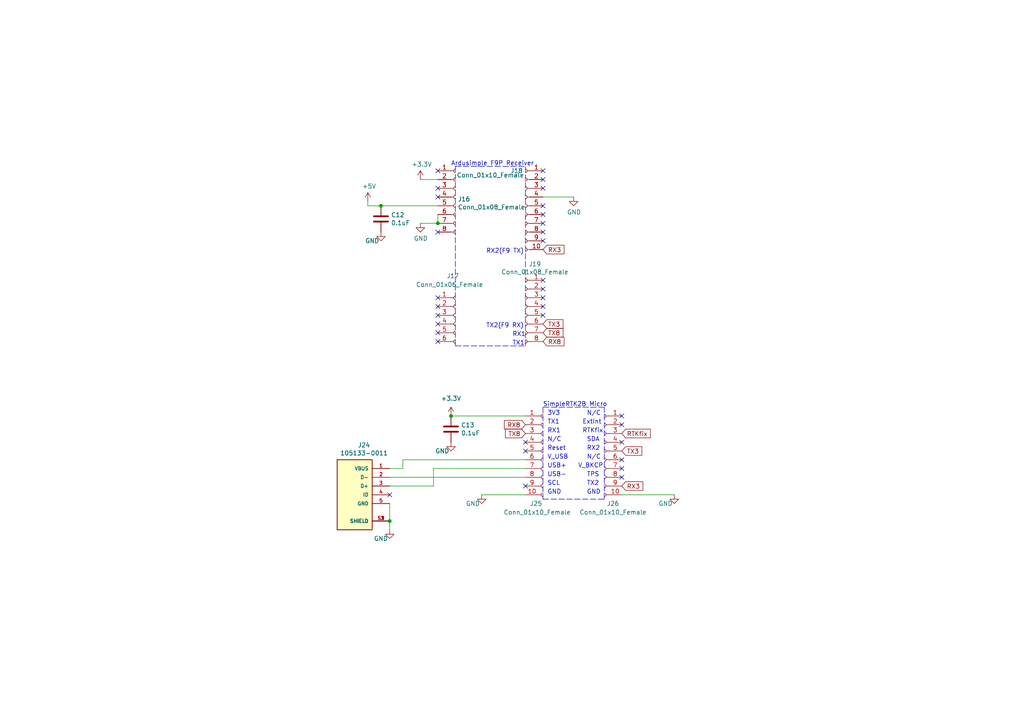
<source format=kicad_sch>
(kicad_sch (version 20211123) (generator eeschema)
  (paper "A4")
  (title_block (title "Receiver") (date "2023-03-07"))
  (lib_symbols
    (symbol "Connector:Conn_01x06_Female" (pin_names (offset 1.016) hide)
      (property "Reference" "J" (at 0 7.62 0))
      (property "Value" "Conn_01x06_Female" (at 0 -10.16 0))
      (symbol "Conn_01x06_Female_1_1"
        (arc (start 0 -7.112) (mid -0.508 -7.62) (end 0 -8.128) (stroke (width 0.1524)))
        (arc (start 0 -4.572) (mid -0.508 -5.08) (end 0 -5.588) (stroke (width 0.1524)))
        (arc (start 0 -2.032) (mid -0.508 -2.54) (end 0 -3.048) (stroke (width 0.1524)))
        (polyline (pts (xy -1.27 -7.62) (xy -0.508 -7.62)) (stroke (width 0.1524)))
        (polyline (pts (xy -1.27 -5.08) (xy -0.508 -5.08)) (stroke (width 0.1524)))
        (polyline (pts (xy -1.27 -2.54) (xy -0.508 -2.54)) (stroke (width 0.1524)))
        (polyline (pts (xy -1.27 0) (xy -0.508 0)) (stroke (width 0.1524)))
        (polyline (pts (xy -1.27 2.54) (xy -0.508 2.54)) (stroke (width 0.1524)))
        (polyline (pts (xy -1.27 5.08) (xy -0.508 5.08)) (stroke (width 0.1524)))
        (arc (start 0 0.508) (mid -0.508 0) (end 0 -0.508) (stroke (width 0.1524)))
        (arc (start 0 3.048) (mid -0.508 2.54) (end 0 2.032) (stroke (width 0.1524)))
        (arc (start 0 5.588) (mid -0.508 5.08) (end 0 4.572) (stroke (width 0.1524)))
        (pin passive line (at -5.08 5.08 0) (length 3.81) (name "Pin_1") (number "1"))
        (pin passive line (at -5.08 2.54 0) (length 3.81) (name "Pin_2") (number "2"))
        (pin passive line (at -5.08 0 0) (length 3.81) (name "Pin_3") (number "3"))
        (pin passive line (at -5.08 -2.54 0) (length 3.81) (name "Pin_4") (number "4"))
        (pin passive line (at -5.08 -5.08 0) (length 3.81) (name "Pin_5") (number "5"))
        (pin passive line (at -5.08 -7.62 0) (length 3.81) (name "Pin_6") (number "6"))
      )
    )
    (symbol "Connector:Conn_01x08_Female" (pin_names (offset 1.016) hide)
      (property "Reference" "J" (at 0 10.16 0))
      (property "Value" "Conn_01x08_Female" (at 0 -12.7 0))
      (symbol "Conn_01x08_Female_1_1"
        (arc (start 0 -9.652) (mid -0.508 -10.16) (end 0 -10.668) (stroke (width 0.1524)))
        (arc (start 0 -7.112) (mid -0.508 -7.62) (end 0 -8.128) (stroke (width 0.1524)))
        (arc (start 0 -4.572) (mid -0.508 -5.08) (end 0 -5.588) (stroke (width 0.1524)))
        (arc (start 0 -2.032) (mid -0.508 -2.54) (end 0 -3.048) (stroke (width 0.1524)))
        (polyline (pts (xy -1.27 -10.16) (xy -0.508 -10.16)) (stroke (width 0.1524)))
        (polyline (pts (xy -1.27 -7.62) (xy -0.508 -7.62)) (stroke (width 0.1524)))
        (polyline (pts (xy -1.27 -5.08) (xy -0.508 -5.08)) (stroke (width 0.1524)))
        (polyline (pts (xy -1.27 -2.54) (xy -0.508 -2.54)) (stroke (width 0.1524)))
        (polyline (pts (xy -1.27 0) (xy -0.508 0)) (stroke (width 0.1524)))
        (polyline (pts (xy -1.27 2.54) (xy -0.508 2.54)) (stroke (width 0.1524)))
        (polyline (pts (xy -1.27 5.08) (xy -0.508 5.08)) (stroke (width 0.1524)))
        (polyline (pts (xy -1.27 7.62) (xy -0.508 7.62)) (stroke (width 0.1524)))
        (arc (start 0 0.508) (mid -0.508 0) (end 0 -0.508) (stroke (width 0.1524)))
        (arc (start 0 3.048) (mid -0.508 2.54) (end 0 2.032) (stroke (width 0.1524)))
        (arc (start 0 5.588) (mid -0.508 5.08) (end 0 4.572) (stroke (width 0.1524)))
        (arc (start 0 8.128) (mid -0.508 7.62) (end 0 7.112) (stroke (width 0.1524)))
        (pin passive line (at -5.08 7.62 0) (length 3.81) (name "Pin_1") (number "1"))
        (pin passive line (at -5.08 5.08 0) (length 3.81) (name "Pin_2") (number "2"))
        (pin passive line (at -5.08 2.54 0) (length 3.81) (name "Pin_3") (number "3"))
        (pin passive line (at -5.08 0 0) (length 3.81) (name "Pin_4") (number "4"))
        (pin passive line (at -5.08 -2.54 0) (length 3.81) (name "Pin_5") (number "5"))
        (pin passive line (at -5.08 -5.08 0) (length 3.81) (name "Pin_6") (number "6"))
        (pin passive line (at -5.08 -7.62 0) (length 3.81) (name "Pin_7") (number "7"))
        (pin passive line (at -5.08 -10.16 0) (length 3.81) (name "Pin_8") (number "8"))
      )
    )
    (symbol "Connector:Conn_01x10_Female" (pin_names (offset 1.016) hide)
      (property "Reference" "J" (at 0 12.7 0))
      (property "Value" "Conn_01x10_Female" (at 0 -15.24 0))
      (symbol "Conn_01x10_Female_1_1"
        (arc (start 0 -12.192) (mid -0.508 -12.7) (end 0 -13.208) (stroke (width 0.1524)))
        (arc (start 0 -9.652) (mid -0.508 -10.16) (end 0 -10.668) (stroke (width 0.1524)))
        (arc (start 0 -7.112) (mid -0.508 -7.62) (end 0 -8.128) (stroke (width 0.1524)))
        (arc (start 0 -4.572) (mid -0.508 -5.08) (end 0 -5.588) (stroke (width 0.1524)))
        (arc (start 0 -2.032) (mid -0.508 -2.54) (end 0 -3.048) (stroke (width 0.1524)))
        (polyline (pts (xy -1.27 -12.7) (xy -0.508 -12.7)) (stroke (width 0.1524)))
        (polyline (pts (xy -1.27 -10.16) (xy -0.508 -10.16)) (stroke (width 0.1524)))
        (polyline (pts (xy -1.27 -7.62) (xy -0.508 -7.62)) (stroke (width 0.1524)))
        (polyline (pts (xy -1.27 -5.08) (xy -0.508 -5.08)) (stroke (width 0.1524)))
        (polyline (pts (xy -1.27 -2.54) (xy -0.508 -2.54)) (stroke (width 0.1524)))
        (polyline (pts (xy -1.27 0) (xy -0.508 0)) (stroke (width 0.1524)))
        (polyline (pts (xy -1.27 2.54) (xy -0.508 2.54)) (stroke (width 0.1524)))
        (polyline (pts (xy -1.27 5.08) (xy -0.508 5.08)) (stroke (width 0.1524)))
        (polyline (pts (xy -1.27 7.62) (xy -0.508 7.62)) (stroke (width 0.1524)))
        (polyline (pts (xy -1.27 10.16) (xy -0.508 10.16)) (stroke (width 0.1524)))
        (arc (start 0 0.508) (mid -0.508 0) (end 0 -0.508) (stroke (width 0.1524)))
        (arc (start 0 3.048) (mid -0.508 2.54) (end 0 2.032) (stroke (width 0.1524)))
        (arc (start 0 5.588) (mid -0.508 5.08) (end 0 4.572) (stroke (width 0.1524)))
        (arc (start 0 8.128) (mid -0.508 7.62) (end 0 7.112) (stroke (width 0.1524)))
        (arc (start 0 10.668) (mid -0.508 10.16) (end 0 9.652) (stroke (width 0.1524)))
        (pin passive line (at -5.08 10.16 0) (length 3.81) (name "Pin_1") (number "1"))
        (pin passive line (at -5.08 -12.7 0) (length 3.81) (name "Pin_10") (number "10"))
        (pin passive line (at -5.08 7.62 0) (length 3.81) (name "Pin_2") (number "2"))
        (pin passive line (at -5.08 5.08 0) (length 3.81) (name "Pin_3") (number "3"))
        (pin passive line (at -5.08 2.54 0) (length 3.81) (name "Pin_4") (number "4"))
        (pin passive line (at -5.08 0 0) (length 3.81) (name "Pin_5") (number "5"))
        (pin passive line (at -5.08 -2.54 0) (length 3.81) (name "Pin_6") (number "6"))
        (pin passive line (at -5.08 -5.08 0) (length 3.81) (name "Pin_7") (number "7"))
        (pin passive line (at -5.08 -7.62 0) (length 3.81) (name "Pin_8") (number "8"))
        (pin passive line (at -5.08 -10.16 0) (length 3.81) (name "Pin_9") (number "9"))
      )
    )
    (symbol "Device:C" (pin_numbers hide) (pin_names (offset 0.254))
      (property "Reference" "C" (at 0.635 2.54 0))
      (property "Value" "C" (at 0.635 -2.54 0))
      (symbol "C_0_1"
        (polyline (pts (xy -2.032 -0.762) (xy 2.032 -0.762)) (stroke (width 0.508)))
        (polyline (pts (xy -2.032 0.762) (xy 2.032 0.762)) (stroke (width 0.508)))
      )
      (symbol "C_1_1"
        (pin passive line (at 0 3.81 270) (length 2.794) (name "~") (number "1"))
        (pin passive line (at 0 -3.81 90) (length 2.794) (name "~") (number "2"))
      )
    )
    (symbol "MyLib:105133-0011-105133-0011" (pin_names (offset 1.016))
      (property "Reference" "J9" (at 2.7178 14.4018 0))
      (property "Value" "105133-0011-105133-0011" (at 2.7178 12.0904 0))
      (symbol "105133-0011-105133-0011_0_0"
        (rectangle (start -5.08 -10.16) (end 5.08 10.16) (stroke (width 0.254)) (fill (type background)))
        (pin passive line (at -10.16 7.62 0) (length 5.08) (name "VBUS") (number "1"))
        (pin passive line (at -10.16 5.08 0) (length 5.08) (name "D-") (number "2"))
        (pin passive line (at -10.16 2.54 0) (length 5.08) (name "D+") (number "3"))
        (pin passive line (at -10.16 0 0) (length 5.08) (name "ID") (number "4"))
        (pin passive line (at -10.16 -2.54 0) (length 5.08) (name "GND") (number "5"))
        (pin passive line (at -10.16 -7.62 0) (length 5.08) (name "SHIELD") (number "S1"))
        (pin passive line (at -10.16 -7.62 0) (length 5.08) (name "SHIELD") (number "S2"))
        (pin passive line (at -10.16 -7.62 0) (length 5.08) (name "SHIELD") (number "S3"))
      )
    )
    (symbol "power:+3.3V" (power) (pin_names (offset 0))
      (property "Value" "+3.3V" (at 0 3.556 0))
      (symbol "+3.3V_0_1"
        (polyline (pts (xy -0.762 1.27) (xy 0 2.54)))
        (polyline (pts (xy 0 0) (xy 0 2.54)))
        (polyline (pts (xy 0 2.54) (xy 0.762 1.27)))
      )
      (symbol "+3.3V_1_1"
        (pin power_in line (at 0 0 90) (length 0) hide (name "+3.3V") (number "1"))
      )
    )
    (symbol "power:+5V" (power) (pin_names (offset 0))
      (property "Value" "+5V" (at 0 3.556 0))
      (symbol "+5V_0_1"
        (polyline (pts (xy -0.762 1.27) (xy 0 2.54)))
        (polyline (pts (xy 0 0) (xy 0 2.54)))
        (polyline (pts (xy 0 2.54) (xy 0.762 1.27)))
      )
      (symbol "+5V_1_1"
        (pin power_in line (at 0 0 90) (length 0) hide (name "+5V") (number "1"))
      )
    )
    (symbol "power:GND" (power) (pin_names (offset 0))
      (property "Value" "GND" (at 0 -3.81 0))
      (symbol "GND_0_1"
        (polyline (pts (xy 0 0) (xy 0 -1.27) (xy 1.27 -1.27) (xy 0 -2.54) (xy -1.27 -1.27) (xy 0 -1.27)))
      )
      (symbol "GND_1_1"
        (pin power_in line (at 0 0 270) (length 0) hide (name "GND") (number "1"))
      )
    )
  )
  (junction (at 110.49 59.69))
  (junction (at 127 64.77))
  (junction (at 113.03 151.13))
  (junction (at 130.81 120.65))
  (no_connect (at 152.4 130.81))
  (no_connect (at 127 99.06))
  (no_connect (at 127 91.44))
  (no_connect (at 157.48 52.07))
  (no_connect (at 157.48 88.9))
  (no_connect (at 157.48 83.82))
  (no_connect (at 127 96.52))
  (no_connect (at 113.03 143.51))
  (no_connect (at 157.48 64.77))
  (no_connect (at 152.4 140.97))
  (no_connect (at 127 93.98))
  (no_connect (at 180.34 138.43))
  (no_connect (at 127 67.31))
  (no_connect (at 180.34 120.65))
  (no_connect (at 157.48 81.28))
  (no_connect (at 180.34 123.19))
  (no_connect (at 157.48 69.85))
  (no_connect (at 157.48 54.61))
  (no_connect (at 157.48 62.23))
  (no_connect (at 180.34 135.89))
  (no_connect (at 127 88.9))
  (no_connect (at 157.48 49.53))
  (no_connect (at 127 54.61))
  (no_connect (at 180.34 133.35))
  (no_connect (at 157.48 91.44))
  (no_connect (at 152.4 128.27))
  (no_connect (at 180.34 128.27))
  (no_connect (at 157.48 59.69))
  (no_connect (at 127 49.53))
  (no_connect (at 157.48 86.36))
  (no_connect (at 127 57.15))
  (no_connect (at 157.48 67.31))
  (no_connect (at 127 86.36))
  (wire (pts (xy 116.84 133.35) (xy 116.84 135.89)))
  (wire (pts (xy 106.68 59.69) (xy 110.49 59.69)))
  (wire (pts (xy 110.49 59.69) (xy 127 59.69)))
  (wire (pts (xy 113.03 135.89) (xy 116.84 135.89)))
  (polyline (pts (xy 175.26 144.78) (xy 175.26 118.11)))
  (wire (pts (xy 127 62.23) (xy 127 64.77)))
  (wire (pts (xy 127 64.77) (xy 121.92 64.77)))
  (wire (pts (xy 125.73 140.97) (xy 125.73 135.89)))
  (wire (pts (xy 113.03 151.13) (xy 113.03 153.67)))
  (polyline (pts (xy 157.48 144.78) (xy 175.26 144.78)))
  (wire (pts (xy 180.34 143.51) (xy 195.58 143.51)))
  (wire (pts (xy 139.7 143.51) (xy 152.4 143.51)))
  (wire (pts (xy 157.48 57.15) (xy 166.37 57.15)))
  (polyline (pts (xy 157.48 118.11) (xy 157.48 144.78)))
  (polyline (pts (xy 175.26 118.11) (xy 157.48 118.11)))
  (wire (pts (xy 152.4 133.35) (xy 116.84 133.35)))
  (wire (pts (xy 127 52.07) (xy 121.92 52.07)))
  (wire (pts (xy 113.03 140.97) (xy 125.73 140.97)))
  (polyline (pts (xy 132.08 48.26) (xy 132.08 100.33)))
  (polyline (pts (xy 132.08 48.26) (xy 152.4 48.26)))
  (polyline (pts (xy 152.4 100.33) (xy 152.4 48.26)))
  (wire (pts (xy 106.68 58.42) (xy 106.68 59.69)))
  (polyline (pts (xy 132.08 100.33) (xy 152.4 100.33)))
  (wire (pts (xy 125.73 135.89) (xy 152.4 135.89)))
  (wire (pts (xy 113.03 146.05) (xy 113.03 151.13)))
  (wire (pts (xy 113.03 138.43) (xy 152.4 138.43)))
  (wire (pts (xy 130.81 120.65) (xy 152.4 120.65)))
  (text "RX1" (at 158.75 125.73 0) (effects (font (size 1.27 1.27)) (justify left bottom)))
  (text "3V3" (at 158.75 120.65 0) (effects (font (size 1.27 1.27)) (justify left bottom)))
  (text "TX1" (at 158.75 123.19 0) (effects (font (size 1.27 1.27)) (justify left bottom)))
  (text "TX1" (at 148.59 100.33 0) (effects (font (size 1.27 1.27)) (justify left bottom)))
  (text "SCL" (at 158.75 140.97 0) (effects (font (size 1.27 1.27)) (justify left bottom)))
  (text "RX2(F9 TX)" (at 140.97 73.66 0) (effects (font (size 1.27 1.27)) (justify left bottom)))
  (text "GND" (at 158.75 143.51 0) (effects (font (size 1.27 1.27)) (justify left bottom)))
  (text "N/C" (at 170.18 120.65 0) (effects (font (size 1.27 1.27)) (justify left bottom)))
  (text "USB-" (at 158.75 138.43 0) (effects (font (size 1.27 1.27)) (justify left bottom)))
  (text "TPS" (at 170.18 138.43 0) (effects (font (size 1.27 1.27)) (justify left bottom)))
  (text "SDA" (at 170.18 128.27 0) (effects (font (size 1.27 1.27)) (justify left bottom)))
  (text "TX2" (at 170.18 140.97 0) (effects (font (size 1.27 1.27)) (justify left bottom)))
  (text "V_USB" (at 158.75 133.35 0) (effects (font (size 1.27 1.27)) (justify left bottom)))
  (text "V_BKCP" (at 167.64 135.89 0) (effects (font (size 1.27 1.27)) (justify left bottom)))
  (text "N/C" (at 158.75 128.27 0) (effects (font (size 1.27 1.27)) (justify left bottom)))
  (text "N/C" (at 170.18 133.35 0) (effects (font (size 1.27 1.27)) (justify left bottom)))
  (text "RX2" (at 170.18 130.81 0) (effects (font (size 1.27 1.27)) (justify left bottom)))
  (text "RX1" (at 148.59 97.79 0) (effects (font (size 1.27 1.27)) (justify left bottom)))
  (text "ExtInt\n" (at 168.91 123.19 0) (effects (font (size 1.27 1.27)) (justify left bottom)))
  (text "Reset" (at 158.75 130.81 0) (effects (font (size 1.27 1.27)) (justify left bottom)))
  (text "Ardusimple F9P Receiver\n" (at 130.81 48.26 0) (effects (font (size 1.27 1.27)) (justify left bottom)))
  (text "SimpleRTK2B Micro" (at 157.48 118.11 0) (effects (font (size 1.27 1.27)) (justify left bottom)))
  (text "RTKfix" (at 168.91 125.73 0) (effects (font (size 1.27 1.27)) (justify left bottom)))
  (text "GND" (at 170.18 143.51 0) (effects (font (size 1.27 1.27)) (justify left bottom)))
  (text "TX2(F9 RX)" (at 140.97 95.25 0) (effects (font (size 1.27 1.27)) (justify left bottom)))
  (text "USB+" (at 158.75 135.89 0) (effects (font (size 1.27 1.27)) (justify left bottom)))
  (global_label "TX3" (shape input) (at 157.48 93.98 0) (property "Intersheet References" "${INTERSHEET_REFS}" (effects hide)))
  (global_label "TX8" (shape input) (at 157.48 96.52 0) (property "Intersheet References" "${INTERSHEET_REFS}" (effects hide)))
  (global_label "RX3" (shape input) (at 157.48 72.39 0) (property "Intersheet References" "${INTERSHEET_REFS}" (effects hide)))
  (global_label "RX8" (shape input) (at 152.4 123.19 180) (property "Intersheet References" "${INTERSHEET_REFS}" (effects hide)))
  (global_label "TX8" (shape input) (at 152.4 125.73 180) (property "Intersheet References" "${INTERSHEET_REFS}" (effects hide)))
  (global_label "RX3" (shape input) (at 180.34 140.97 0) (property "Intersheet References" "${INTERSHEET_REFS}" (effects hide)))
  (global_label "RTKfix" (shape input) (at 180.34 125.73 0) (property "Intersheet References" "${INTERSHEET_REFS}" (effects hide)))
  (global_label "TX3" (shape input) (at 180.34 130.81 0) (property "Intersheet References" "${INTERSHEET_REFS}" (effects hide)))
  (global_label "RX8" (shape input) (at 157.48 99.06 0) (property "Intersheet References" "${INTERSHEET_REFS}" (effects hide)))
  (symbol (lib_id "power:GND") (at 110.49 67.31 0) (unit 1)
    (property "Reference" "#PWR024" (effects hide))
    (property "Value" "GND" (at 107.95 69.85 0))
  )
  (symbol (lib_id "power:+5V") (at 106.68 58.42 0) (unit 1)
    (property "Reference" "#PWR012" (effects hide))
    (property "Value" "+5V" (at 107.061 54.0258 0))
  )
  (symbol (lib_id "Connector:Conn_01x08_Female") (at 152.4 88.9 0) (mirror y) (unit 1)
    (property "Reference" "J19" (at 155.1432 76.581 0))
    (property "Value" "Conn_01x08_Female" (at 155.1432 78.8924 0))
    (property "Footprint" "Connector_PinSocket_2.54mm:PinSocket_1x08_P2.54mm_Vertical" (effects hide))
  )
  (symbol (lib_id "power:GND") (at 139.7 143.51 0) (unit 1)
    (property "Reference" "#PWR054" (effects hide))
    (property "Value" "GND" (at 137.16 146.05 0))
  )
  (symbol (lib_id "power:+3.3V") (at 121.92 52.07 0) (unit 1)
    (property "Reference" "#PWR053" (effects hide))
    (property "Value" "+3.3V" (at 122.301 47.6758 0))
  )
  (symbol (lib_id "Device:C") (at 110.49 63.5 0) (unit 1)
    (property "Reference" "C12" (at 113.411 62.3316 0) (effects (justify left)))
    (property "Value" "0.1uF" (at 113.411 64.643 0) (effects (justify left)))
    (property "Footprint" "Capacitor_SMD:C_0805_2012Metric" (effects hide))
  )
  (symbol (lib_id "Device:C") (at 130.81 124.46 0) (unit 1)
    (property "Reference" "C13" (at 133.731 123.2916 0) (effects (justify left)))
    (property "Value" "0.1uF" (at 133.731 125.603 0) (effects (justify left)))
    (property "Footprint" "Capacitor_SMD:C_0805_2012Metric" (effects hide))
  )
  (symbol (lib_id "power:GND") (at 121.92 64.77 0) (unit 1)
    (property "Reference" "#PWR055" (effects hide))
    (property "Value" "GND" (at 122.047 69.1642 0))
  )
  (symbol (lib_id "MyLib:105133-0011-105133-0011") (at 102.87 143.51 0) (mirror y) (unit 1)
    (property "Reference" "J24" (at 105.5878 129.1082 0))
    (property "Value" "105133-0011" (at 105.5878 131.4196 0))
    (property "Footprint" "MyFootprints:MOLEX_105133-0011" (effects hide))
    (property "MANUFACTURER" "Molex" (effects hide))
    (property "STANDARD" "Manufacturer Recommendations" (effects hide))
    (property "PARTREV" "C" (effects hide))
  )
  (symbol (lib_id "power:GND") (at 113.03 153.67 0) (unit 1)
    (property "Reference" "#PWR0110" (effects hide))
    (property "Value" "GND" (at 110.49 156.21 0))
  )
  (symbol (lib_id "Connector:Conn_01x10_Female") (at 175.26 130.81 0) (mirror y) (unit 1)
    (property "Reference" "J26" (at 177.8 146.05 0))
    (property "Value" "Conn_01x10_Female" (at 177.8 148.59 0))
    (property "Footprint" "Connector_PinSocket_2.00mm:PinSocket_1x10_P2.00mm_Vertical" (effects hide))
  )
  (symbol (lib_id "Connector:Conn_01x08_Female") (at 132.08 57.15 0) (unit 1)
    (property "Reference" "J16" (at 132.7912 57.7596 0) (effects (justify left)))
    (property "Value" "Conn_01x08_Female" (at 132.7912 60.071 0) (effects (justify left)))
    (property "Footprint" "Connector_PinSocket_2.54mm:PinSocket_1x08_P2.54mm_Vertical" (effects hide))
  )
  (symbol (lib_id "Connector:Conn_01x10_Female") (at 152.4 59.69 0) (mirror y) (unit 1)
    (property "Reference" "J18" (at 149.86 49.53 0))
    (property "Value" "Conn_01x10_Female" (at 142.24 50.8 0))
    (property "Footprint" "Connector_PinSocket_2.54mm:PinSocket_1x10_P2.54mm_Vertical" (effects hide))
  )
  (symbol (lib_id "power:GND") (at 166.37 57.15 0) (unit 1)
    (property "Reference" "#PWR056" (effects hide))
    (property "Value" "GND" (at 166.497 61.5442 0))
  )
  (symbol (lib_id "power:GND") (at 195.58 143.51 0) (unit 1)
    (property "Reference" "#PWR065" (effects hide))
    (property "Value" "GND" (at 193.04 146.05 0))
  )
  (symbol (lib_id "Connector:Conn_01x10_Female") (at 157.48 130.81 0) (unit 1)
    (property "Reference" "J25" (at 153.67 146.05 0) (effects (justify left)))
    (property "Value" "Conn_01x10_Female" (at 146.05 148.59 0) (effects (justify left)))
    (property "Footprint" "Connector_PinSocket_2.00mm:PinSocket_1x10_P2.00mm_Vertical" (effects hide))
  )
  (symbol (lib_id "power:GND") (at 130.81 128.27 0) (unit 1)
    (property "Reference" "#PWR052" (effects hide))
    (property "Value" "GND" (at 128.27 130.81 0))
  )
  (symbol (lib_id "power:+3.3V") (at 130.81 120.65 0) (unit 1)
    (property "Reference" "#PWR051" (effects hide))
    (property "Value" "+3.3V" (at 130.81 115.57 0))
  )
  (symbol (lib_id "Connector:Conn_01x06_Female") (at 132.08 91.44 0) (unit 1)
    (property "Reference" "J17" (at 129.54 80.01 0) (effects (justify left)))
    (property "Value" "Conn_01x06_Female" (at 120.65 82.55 0) (effects (justify left)))
    (property "Footprint" "Connector_PinSocket_2.54mm:PinSocket_1x06_P2.54mm_Vertical" (effects hide))
  )
)
</source>
